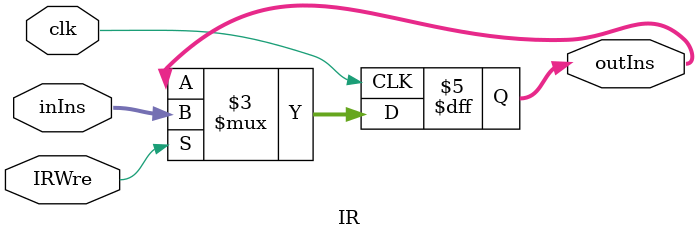
<source format=v>
`timescale 1ns / 1ps
module IR(inIns, clk, IRWre, outIns);
  input clk, IRWre;
  input [31:0] inIns;
  output reg[31:0] outIns;
  always @(posedge clk) begin 
    if (IRWre) begin
        outIns = inIns;
     end
  end
endmodule

</source>
